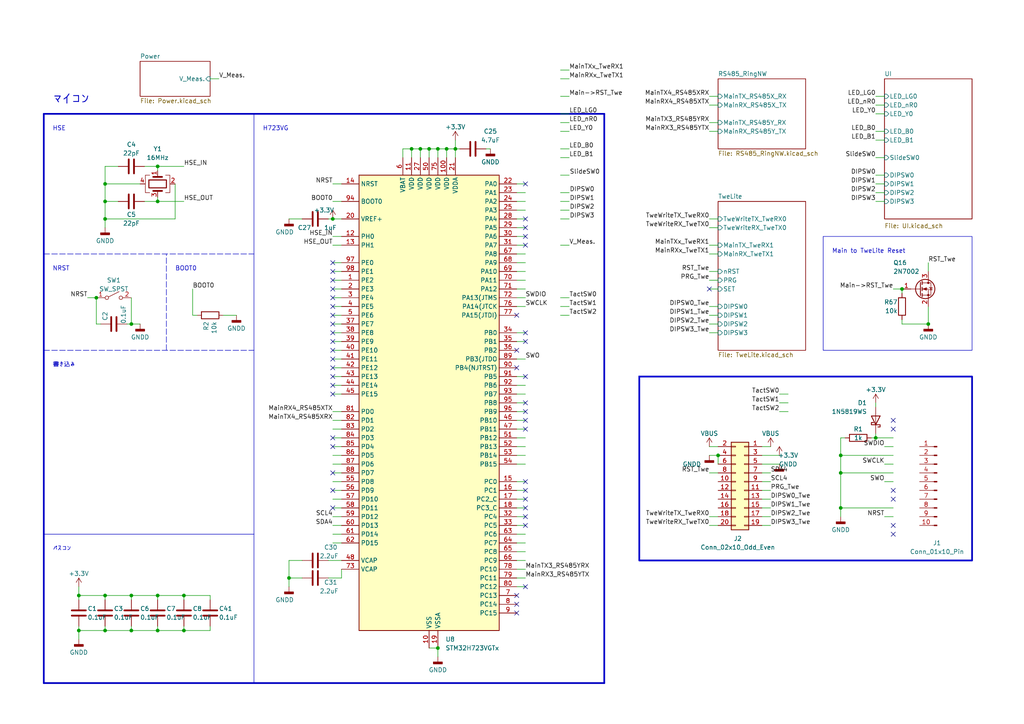
<source format=kicad_sch>
(kicad_sch (version 20230121) (generator eeschema)
  (paper "A4")
  (lib_symbols
    (symbol "Connector:Conn_01x10_Pin" (pin_names (offset 1.016) hide)
      (property "Reference" "J" (at 0 12.7 0))
      (property "Value" "Conn_01x10_Pin" (at 0 -15.24 0))
      (symbol "Conn_01x10_Pin_1_1"
        (polyline (pts (xy 1.27 -12.7) (xy 0.8636 -12.7)) (stroke (width 0.1524)))
        (polyline (pts (xy 1.27 -10.16) (xy 0.8636 -10.16)) (stroke (width 0.1524)))
        (polyline (pts (xy 1.27 -7.62) (xy 0.8636 -7.62)) (stroke (width 0.1524)))
        (polyline (pts (xy 1.27 -5.08) (xy 0.8636 -5.08)) (stroke (width 0.1524)))
        (polyline (pts (xy 1.27 -2.54) (xy 0.8636 -2.54)) (stroke (width 0.1524)))
        (polyline (pts (xy 1.27 0) (xy 0.8636 0)) (stroke (width 0.1524)))
        (polyline (pts (xy 1.27 2.54) (xy 0.8636 2.54)) (stroke (width 0.1524)))
        (polyline (pts (xy 1.27 5.08) (xy 0.8636 5.08)) (stroke (width 0.1524)))
        (polyline (pts (xy 1.27 7.62) (xy 0.8636 7.62)) (stroke (width 0.1524)))
        (polyline (pts (xy 1.27 10.16) (xy 0.8636 10.16)) (stroke (width 0.1524)))
        (rectangle (start 0.8636 -12.573) (end 0 -12.827) (stroke (width 0.1524)) (fill (type outline)))
        (rectangle (start 0.8636 -10.033) (end 0 -10.287) (stroke (width 0.1524)) (fill (type outline)))
        (rectangle (start 0.8636 -7.493) (end 0 -7.747) (stroke (width 0.1524)) (fill (type outline)))
        (rectangle (start 0.8636 -4.953) (end 0 -5.207) (stroke (width 0.1524)) (fill (type outline)))
        (rectangle (start 0.8636 -2.413) (end 0 -2.667) (stroke (width 0.1524)) (fill (type outline)))
        (rectangle (start 0.8636 0.127) (end 0 -0.127) (stroke (width 0.1524)) (fill (type outline)))
        (rectangle (start 0.8636 2.667) (end 0 2.413) (stroke (width 0.1524)) (fill (type outline)))
        (rectangle (start 0.8636 5.207) (end 0 4.953) (stroke (width 0.1524)) (fill (type outline)))
        (rectangle (start 0.8636 7.747) (end 0 7.493) (stroke (width 0.1524)) (fill (type outline)))
        (rectangle (start 0.8636 10.287) (end 0 10.033) (stroke (width 0.1524)) (fill (type outline)))
        (pin passive line (at 5.08 10.16 180) (length 3.81) (name "Pin_1") (number "1"))
        (pin passive line (at 5.08 -12.7 180) (length 3.81) (name "Pin_10") (number "10"))
        (pin passive line (at 5.08 7.62 180) (length 3.81) (name "Pin_2") (number "2"))
        (pin passive line (at 5.08 5.08 180) (length 3.81) (name "Pin_3") (number "3"))
        (pin passive line (at 5.08 2.54 180) (length 3.81) (name "Pin_4") (number "4"))
        (pin passive line (at 5.08 0 180) (length 3.81) (name "Pin_5") (number "5"))
        (pin passive line (at 5.08 -2.54 180) (length 3.81) (name "Pin_6") (number "6"))
        (pin passive line (at 5.08 -5.08 180) (length 3.81) (name "Pin_7") (number "7"))
        (pin passive line (at 5.08 -7.62 180) (length 3.81) (name "Pin_8") (number "8"))
        (pin passive line (at 5.08 -10.16 180) (length 3.81) (name "Pin_9") (number "9"))
      )
    )
    (symbol "Connector_Generic:Conn_02x10_Odd_Even" (pin_names (offset 1.016) hide)
      (property "Reference" "J" (at 1.27 12.7 0))
      (property "Value" "Conn_02x10_Odd_Even" (at 1.27 -15.24 0))
      (symbol "Conn_02x10_Odd_Even_1_1"
        (rectangle (start -1.27 -12.573) (end 0 -12.827) (stroke (width 0.1524)))
        (rectangle (start -1.27 -10.033) (end 0 -10.287) (stroke (width 0.1524)))
        (rectangle (start -1.27 -7.493) (end 0 -7.747) (stroke (width 0.1524)))
        (rectangle (start -1.27 -4.953) (end 0 -5.207) (stroke (width 0.1524)))
        (rectangle (start -1.27 -2.413) (end 0 -2.667) (stroke (width 0.1524)))
        (rectangle (start -1.27 0.127) (end 0 -0.127) (stroke (width 0.1524)))
        (rectangle (start -1.27 2.667) (end 0 2.413) (stroke (width 0.1524)))
        (rectangle (start -1.27 5.207) (end 0 4.953) (stroke (width 0.1524)))
        (rectangle (start -1.27 7.747) (end 0 7.493) (stroke (width 0.1524)))
        (rectangle (start -1.27 10.287) (end 0 10.033) (stroke (width 0.1524)))
        (rectangle (start -1.27 11.43) (end 3.81 -13.97) (stroke (width 0.254)) (fill (type background)))
        (rectangle (start 3.81 -12.573) (end 2.54 -12.827) (stroke (width 0.1524)))
        (rectangle (start 3.81 -10.033) (end 2.54 -10.287) (stroke (width 0.1524)))
        (rectangle (start 3.81 -7.493) (end 2.54 -7.747) (stroke (width 0.1524)))
        (rectangle (start 3.81 -4.953) (end 2.54 -5.207) (stroke (width 0.1524)))
        (rectangle (start 3.81 -2.413) (end 2.54 -2.667) (stroke (width 0.1524)))
        (rectangle (start 3.81 0.127) (end 2.54 -0.127) (stroke (width 0.1524)))
        (rectangle (start 3.81 2.667) (end 2.54 2.413) (stroke (width 0.1524)))
        (rectangle (start 3.81 5.207) (end 2.54 4.953) (stroke (width 0.1524)))
        (rectangle (start 3.81 7.747) (end 2.54 7.493) (stroke (width 0.1524)))
        (rectangle (start 3.81 10.287) (end 2.54 10.033) (stroke (width 0.1524)))
        (pin passive line (at -5.08 10.16 0) (length 3.81) (name "Pin_1") (number "1"))
        (pin passive line (at 7.62 0 180) (length 3.81) (name "Pin_10") (number "10"))
        (pin passive line (at -5.08 -2.54 0) (length 3.81) (name "Pin_11") (number "11"))
        (pin passive line (at 7.62 -2.54 180) (length 3.81) (name "Pin_12") (number "12"))
        (pin passive line (at -5.08 -5.08 0) (length 3.81) (name "Pin_13") (number "13"))
        (pin passive line (at 7.62 -5.08 180) (length 3.81) (name "Pin_14") (number "14"))
        (pin passive line (at -5.08 -7.62 0) (length 3.81) (name "Pin_15") (number "15"))
        (pin passive line (at 7.62 -7.62 180) (length 3.81) (name "Pin_16") (number "16"))
        (pin passive line (at -5.08 -10.16 0) (length 3.81) (name "Pin_17") (number "17"))
        (pin passive line (at 7.62 -10.16 180) (length 3.81) (name "Pin_18") (number "18"))
        (pin passive line (at -5.08 -12.7 0) (length 3.81) (name "Pin_19") (number "19"))
        (pin passive line (at 7.62 10.16 180) (length 3.81) (name "Pin_2") (number "2"))
        (pin passive line (at 7.62 -12.7 180) (length 3.81) (name "Pin_20") (number "20"))
        (pin passive line (at -5.08 7.62 0) (length 3.81) (name "Pin_3") (number "3"))
        (pin passive line (at 7.62 7.62 180) (length 3.81) (name "Pin_4") (number "4"))
        (pin passive line (at -5.08 5.08 0) (length 3.81) (name "Pin_5") (number "5"))
        (pin passive line (at 7.62 5.08 180) (length 3.81) (name "Pin_6") (number "6"))
        (pin passive line (at -5.08 2.54 0) (length 3.81) (name "Pin_7") (number "7"))
        (pin passive line (at 7.62 2.54 180) (length 3.81) (name "Pin_8") (number "8"))
        (pin passive line (at -5.08 0 0) (length 3.81) (name "Pin_9") (number "9"))
      )
    )
    (symbol "D_Schottky_3" (pin_numbers hide) (pin_names (offset 1.016) hide)
      (property "Reference" "D" (at 0 2.54 0))
      (property "Value" "D_Schottky_3" (at 0 -2.54 0))
      (symbol "D_Schottky_3_0_1"
        (polyline (pts (xy 1.27 0) (xy -1.27 0)))
        (polyline (pts (xy 1.27 1.27) (xy 1.27 -1.27) (xy -1.27 0) (xy 1.27 1.27)) (stroke (width 0.254)))
        (polyline (pts (xy -1.905 0.635) (xy -1.905 1.27) (xy -1.27 1.27) (xy -1.27 -1.27) (xy -0.635 -1.27) (xy -0.635 -0.635)) (stroke (width 0.254)))
      )
      (symbol "D_Schottky_3_1_1"
        (pin passive line (at -3.81 0 0) (length 2.54) (name "K") (number "1"))
        (pin passive line (at 3.81 0 180) (length 2.54) (name "A") (number "2"))
      )
    )
    (symbol "Device:C" (pin_numbers hide) (pin_names (offset 0.254))
      (property "Reference" "C" (at 0.635 2.54 0))
      (property "Value" "C" (at 0.635 -2.54 0))
      (symbol "C_0_1"
        (polyline (pts (xy -2.032 -0.762) (xy 2.032 -0.762)) (stroke (width 0.508)))
        (polyline (pts (xy -2.032 0.762) (xy 2.032 0.762)) (stroke (width 0.508)))
      )
      (symbol "C_1_1"
        (pin passive line (at 0 3.81 270) (length 2.794) (name "~") (number "1"))
        (pin passive line (at 0 -3.81 90) (length 2.794) (name "~") (number "2"))
      )
    )
    (symbol "Device:Crystal_GND24" (pin_names (offset 1.016) hide)
      (property "Reference" "Y" (at 3.175 5.08 0))
      (property "Value" "Crystal_GND24" (at 3.175 3.175 0))
      (symbol "Crystal_GND24_0_1"
        (rectangle (start -1.143 2.54) (end 1.143 -2.54) (stroke (width 0.3048)))
        (polyline (pts (xy -2.54 0) (xy -2.032 0)))
        (polyline (pts (xy -2.032 -1.27) (xy -2.032 1.27)) (stroke (width 0.508)))
        (polyline (pts (xy 0 -3.81) (xy 0 -3.556)))
        (polyline (pts (xy 0 3.556) (xy 0 3.81)))
        (polyline (pts (xy 2.032 -1.27) (xy 2.032 1.27)) (stroke (width 0.508)))
        (polyline (pts (xy 2.032 0) (xy 2.54 0)))
        (polyline (pts (xy -2.54 -2.286) (xy -2.54 -3.556) (xy 2.54 -3.556) (xy 2.54 -2.286)))
        (polyline (pts (xy -2.54 2.286) (xy -2.54 3.556) (xy 2.54 3.556) (xy 2.54 2.286)))
      )
      (symbol "Crystal_GND24_1_1"
        (pin passive line (at -3.81 0 0) (length 1.27) (name "1") (number "1"))
        (pin passive line (at 0 5.08 270) (length 1.27) (name "2") (number "2"))
        (pin passive line (at 3.81 0 180) (length 1.27) (name "3") (number "3"))
        (pin passive line (at 0 -5.08 90) (length 1.27) (name "4") (number "4"))
      )
    )
    (symbol "Device:R" (pin_numbers hide) (pin_names (offset 0))
      (property "Reference" "R" (at 2.032 0 90))
      (property "Value" "R" (at 0 0 90))
      (symbol "R_0_1"
        (rectangle (start -1.016 -2.54) (end 1.016 2.54) (stroke (width 0.254)))
      )
      (symbol "R_1_1"
        (pin passive line (at 0 3.81 270) (length 1.27) (name "~") (number "1"))
        (pin passive line (at 0 -3.81 90) (length 1.27) (name "~") (number "2"))
      )
    )
    (symbol "MCU_ST_STM32H7:STM32H723VGTx"
      (property "Reference" "U" (at -20.32 67.31 0))
      (property "Value" "STM32H723VGTx" (at 10.16 67.31 0))
      (symbol "STM32H723VGTx_0_1"
        (rectangle (start -20.32 -66.04) (end 20.32 66.04) (stroke (width 0.254)) (fill (type background)))
      )
      (symbol "STM32H723VGTx_1_1"
        (pin bidirectional line (at -25.4 35.56 0) (length 5.08) (name "PE2") (number "1"))
        (pin power_in line (at 0 -71.12 90) (length 5.08) (name "VSS") (number "10"))
        (pin power_in line (at 5.08 71.12 270) (length 5.08) (name "VDD") (number "100"))
        (pin power_in line (at -5.08 71.12 270) (length 5.08) (name "VDD") (number "11"))
        (pin bidirectional line (at -25.4 48.26 0) (length 5.08) (name "PH0") (number "12"))
        (pin bidirectional line (at -25.4 45.72 0) (length 5.08) (name "PH1") (number "13"))
        (pin input line (at -25.4 63.5 0) (length 5.08) (name "NRST") (number "14"))
        (pin bidirectional line (at 25.4 -22.86 180) (length 5.08) (name "PC0") (number "15"))
        (pin bidirectional line (at 25.4 -25.4 180) (length 5.08) (name "PC1") (number "16"))
        (pin bidirectional line (at 25.4 -27.94 180) (length 5.08) (name "PC2_C") (number "17"))
        (pin bidirectional line (at 25.4 -30.48 180) (length 5.08) (name "PC3_C") (number "18"))
        (pin power_in line (at 2.54 -71.12 90) (length 5.08) (name "VSSA") (number "19"))
        (pin bidirectional line (at -25.4 33.02 0) (length 5.08) (name "PE3") (number "2"))
        (pin input line (at -25.4 53.34 0) (length 5.08) (name "VREF+") (number "20"))
        (pin power_in line (at 7.62 71.12 270) (length 5.08) (name "VDDA") (number "21"))
        (pin bidirectional line (at 25.4 63.5 180) (length 5.08) (name "PA0") (number "22"))
        (pin bidirectional line (at 25.4 60.96 180) (length 5.08) (name "PA1") (number "23"))
        (pin bidirectional line (at 25.4 58.42 180) (length 5.08) (name "PA2") (number "24"))
        (pin bidirectional line (at 25.4 55.88 180) (length 5.08) (name "PA3") (number "25"))
        (pin passive line (at 0 -71.12 90) (length 5.08) hide (name "VSS") (number "26"))
        (pin power_in line (at -2.54 71.12 270) (length 5.08) (name "VDD") (number "27"))
        (pin bidirectional line (at 25.4 53.34 180) (length 5.08) (name "PA4") (number "28"))
        (pin bidirectional line (at 25.4 50.8 180) (length 5.08) (name "PA5") (number "29"))
        (pin bidirectional line (at -25.4 30.48 0) (length 5.08) (name "PE4") (number "3"))
        (pin bidirectional line (at 25.4 48.26 180) (length 5.08) (name "PA6") (number "30"))
        (pin bidirectional line (at 25.4 45.72 180) (length 5.08) (name "PA7") (number "31"))
        (pin bidirectional line (at 25.4 -33.02 180) (length 5.08) (name "PC4") (number "32"))
        (pin bidirectional line (at 25.4 -35.56 180) (length 5.08) (name "PC5") (number "33"))
        (pin bidirectional line (at 25.4 20.32 180) (length 5.08) (name "PB0") (number "34"))
        (pin bidirectional line (at 25.4 17.78 180) (length 5.08) (name "PB1") (number "35"))
        (pin bidirectional line (at 25.4 15.24 180) (length 5.08) (name "PB2") (number "36"))
        (pin bidirectional line (at -25.4 22.86 0) (length 5.08) (name "PE7") (number "37"))
        (pin bidirectional line (at -25.4 20.32 0) (length 5.08) (name "PE8") (number "38"))
        (pin bidirectional line (at -25.4 17.78 0) (length 5.08) (name "PE9") (number "39"))
        (pin bidirectional line (at -25.4 27.94 0) (length 5.08) (name "PE5") (number "4"))
        (pin bidirectional line (at -25.4 15.24 0) (length 5.08) (name "PE10") (number "40"))
        (pin bidirectional line (at -25.4 12.7 0) (length 5.08) (name "PE11") (number "41"))
        (pin bidirectional line (at -25.4 10.16 0) (length 5.08) (name "PE12") (number "42"))
        (pin bidirectional line (at -25.4 7.62 0) (length 5.08) (name "PE13") (number "43"))
        (pin bidirectional line (at -25.4 5.08 0) (length 5.08) (name "PE14") (number "44"))
        (pin bidirectional line (at -25.4 2.54 0) (length 5.08) (name "PE15") (number "45"))
        (pin bidirectional line (at 25.4 -5.08 180) (length 5.08) (name "PB10") (number "46"))
        (pin bidirectional line (at 25.4 -7.62 180) (length 5.08) (name "PB11") (number "47"))
        (pin power_out line (at -25.4 -45.72 0) (length 5.08) (name "VCAP") (number "48"))
        (pin passive line (at 0 -71.12 90) (length 5.08) hide (name "VSS") (number "49"))
        (pin bidirectional line (at -25.4 25.4 0) (length 5.08) (name "PE6") (number "5"))
        (pin power_in line (at 0 71.12 270) (length 5.08) (name "VDD") (number "50"))
        (pin bidirectional line (at 25.4 -10.16 180) (length 5.08) (name "PB12") (number "51"))
        (pin bidirectional line (at 25.4 -12.7 180) (length 5.08) (name "PB13") (number "52"))
        (pin bidirectional line (at 25.4 -15.24 180) (length 5.08) (name "PB14") (number "53"))
        (pin bidirectional line (at 25.4 -17.78 180) (length 5.08) (name "PB15") (number "54"))
        (pin bidirectional line (at -25.4 -22.86 0) (length 5.08) (name "PD8") (number "55"))
        (pin bidirectional line (at -25.4 -25.4 0) (length 5.08) (name "PD9") (number "56"))
        (pin bidirectional line (at -25.4 -27.94 0) (length 5.08) (name "PD10") (number "57"))
        (pin bidirectional line (at -25.4 -30.48 0) (length 5.08) (name "PD11") (number "58"))
        (pin bidirectional line (at -25.4 -33.02 0) (length 5.08) (name "PD12") (number "59"))
        (pin power_in line (at -7.62 71.12 270) (length 5.08) (name "VBAT") (number "6"))
        (pin bidirectional line (at -25.4 -35.56 0) (length 5.08) (name "PD13") (number "60"))
        (pin bidirectional line (at -25.4 -38.1 0) (length 5.08) (name "PD14") (number "61"))
        (pin bidirectional line (at -25.4 -40.64 0) (length 5.08) (name "PD15") (number "62"))
        (pin bidirectional line (at 25.4 -38.1 180) (length 5.08) (name "PC6") (number "63"))
        (pin bidirectional line (at 25.4 -40.64 180) (length 5.08) (name "PC7") (number "64"))
        (pin bidirectional line (at 25.4 -43.18 180) (length 5.08) (name "PC8") (number "65"))
        (pin bidirectional line (at 25.4 -45.72 180) (length 5.08) (name "PC9") (number "66"))
        (pin bidirectional line (at 25.4 43.18 180) (length 5.08) (name "PA8") (number "67"))
        (pin bidirectional line (at 25.4 40.64 180) (length 5.08) (name "PA9") (number "68"))
        (pin bidirectional line (at 25.4 38.1 180) (length 5.08) (name "PA10") (number "69"))
        (pin bidirectional line (at 25.4 -55.88 180) (length 5.08) (name "PC13") (number "7"))
        (pin bidirectional line (at 25.4 35.56 180) (length 5.08) (name "PA11") (number "70"))
        (pin bidirectional line (at 25.4 33.02 180) (length 5.08) (name "PA12") (number "71"))
        (pin bidirectional line (at 25.4 30.48 180) (length 5.08) (name "PA13(JTMS") (number "72"))
        (pin power_out line (at -25.4 -48.26 0) (length 5.08) (name "VCAP") (number "73"))
        (pin passive line (at 0 -71.12 90) (length 5.08) hide (name "VSS") (number "74"))
        (pin power_in line (at 2.54 71.12 270) (length 5.08) (name "VDD") (number "75"))
        (pin bidirectional line (at 25.4 27.94 180) (length 5.08) (name "PA14(JTCK") (number "76"))
        (pin bidirectional line (at 25.4 25.4 180) (length 5.08) (name "PA15(JTDI)") (number "77"))
        (pin bidirectional line (at 25.4 -48.26 180) (length 5.08) (name "PC10") (number "78"))
        (pin bidirectional line (at 25.4 -50.8 180) (length 5.08) (name "PC11") (number "79"))
        (pin bidirectional line (at 25.4 -58.42 180) (length 5.08) (name "PC14") (number "8"))
        (pin bidirectional line (at 25.4 -53.34 180) (length 5.08) (name "PC12") (number "80"))
        (pin bidirectional line (at -25.4 -2.54 0) (length 5.08) (name "PD0") (number "81"))
        (pin bidirectional line (at -25.4 -5.08 0) (length 5.08) (name "PD1") (number "82"))
        (pin bidirectional line (at -25.4 -7.62 0) (length 5.08) (name "PD2") (number "83"))
        (pin bidirectional line (at -25.4 -10.16 0) (length 5.08) (name "PD3") (number "84"))
        (pin bidirectional line (at -25.4 -12.7 0) (length 5.08) (name "PD4") (number "85"))
        (pin bidirectional line (at -25.4 -15.24 0) (length 5.08) (name "PD5") (number "86"))
        (pin bidirectional line (at -25.4 -17.78 0) (length 5.08) (name "PD6") (number "87"))
        (pin bidirectional line (at -25.4 -20.32 0) (length 5.08) (name "PD7") (number "88"))
        (pin bidirectional line (at 25.4 12.7 180) (length 5.08) (name "PB3(JTDO") (number "89"))
        (pin bidirectional line (at 25.4 -60.96 180) (length 5.08) (name "PC15") (number "9"))
        (pin bidirectional line (at 25.4 10.16 180) (length 5.08) (name "PB4(NJTRST)") (number "90"))
        (pin bidirectional line (at 25.4 7.62 180) (length 5.08) (name "PB5") (number "91"))
        (pin bidirectional line (at 25.4 5.08 180) (length 5.08) (name "PB6") (number "92"))
        (pin bidirectional line (at 25.4 2.54 180) (length 5.08) (name "PB7") (number "93"))
        (pin input line (at -25.4 58.42 0) (length 5.08) (name "BOOT0") (number "94"))
        (pin bidirectional line (at 25.4 0 180) (length 5.08) (name "PB8") (number "95"))
        (pin bidirectional line (at 25.4 -2.54 180) (length 5.08) (name "PB9") (number "96"))
        (pin bidirectional line (at -25.4 40.64 0) (length 5.08) (name "PE0") (number "97"))
        (pin bidirectional line (at -25.4 38.1 0) (length 5.08) (name "PE1") (number "98"))
        (pin passive line (at 0 -71.12 90) (length 5.08) hide (name "VSS") (number "99"))
      )
    )
    (symbol "Switch:SW_SPST" (pin_names (offset 0) hide)
      (property "Reference" "SW" (at 0 3.175 0))
      (property "Value" "SW_SPST" (at 0 -2.54 0))
      (symbol "SW_SPST_0_0"
        (circle (center -2.032 0) (radius 0.508))
        (polyline (pts (xy -1.524 0.254) (xy 1.524 1.778)))
        (circle (center 2.032 0) (radius 0.508))
      )
      (symbol "SW_SPST_1_1"
        (pin passive line (at -5.08 0 0) (length 2.54) (name "A") (number "1"))
        (pin passive line (at 5.08 0 180) (length 2.54) (name "B") (number "2"))
      )
    )
    (symbol "Transistor_FET:2N7002" (pin_names hide)
      (property "Reference" "Q" (at 5.08 1.905 0))
      (property "Value" "2N7002" (at 5.08 0 0))
      (symbol "2N7002_0_1"
        (polyline (pts (xy 0.254 0) (xy -2.54 0)))
        (polyline (pts (xy 0.254 1.905) (xy 0.254 -1.905)) (stroke (width 0.254)))
        (polyline (pts (xy 0.762 -1.27) (xy 0.762 -2.286)) (stroke (width 0.254)))
        (polyline (pts (xy 0.762 0.508) (xy 0.762 -0.508)) (stroke (width 0.254)))
        (polyline (pts (xy 0.762 2.286) (xy 0.762 1.27)) (stroke (width 0.254)))
        (polyline (pts (xy 2.54 2.54) (xy 2.54 1.778)))
        (polyline (pts (xy 2.54 -2.54) (xy 2.54 0) (xy 0.762 0)))
        (polyline (pts (xy 0.762 -1.778) (xy 3.302 -1.778) (xy 3.302 1.778) (xy 0.762 1.778)))
        (polyline (pts (xy 1.016 0) (xy 2.032 0.381) (xy 2.032 -0.381) (xy 1.016 0)) (fill (type outline)))
        (polyline (pts (xy 2.794 0.508) (xy 2.921 0.381) (xy 3.683 0.381) (xy 3.81 0.254)))
        (polyline (pts (xy 3.302 0.381) (xy 2.921 -0.254) (xy 3.683 -0.254) (xy 3.302 0.381)))
        (circle (center 1.651 0) (radius 2.794) (stroke (width 0.254)))
        (circle (center 2.54 -1.778) (radius 0.254) (fill (type outline)))
        (circle (center 2.54 1.778) (radius 0.254) (fill (type outline)))
      )
      (symbol "2N7002_1_1"
        (pin input line (at -5.08 0 0) (length 2.54) (name "G") (number "1"))
        (pin passive line (at 2.54 -5.08 90) (length 2.54) (name "S") (number "2"))
        (pin passive line (at 2.54 5.08 270) (length 2.54) (name "D") (number "3"))
      )
    )
    (symbol "power:+3.3V" (power) (pin_names (offset 0))
      (property "Value" "+3.3V" (at 0 3.556 0))
      (symbol "+3.3V_0_1"
        (polyline (pts (xy -0.762 1.27) (xy 0 2.54)))
        (polyline (pts (xy 0 0) (xy 0 2.54)))
        (polyline (pts (xy 0 2.54) (xy 0.762 1.27)))
      )
      (symbol "+3.3V_1_1"
        (pin power_in line (at 0 0 90) (length 0) hide (name "+3.3V") (number "1"))
      )
    )
    (symbol "power:GNDD" (power) (pin_names (offset 0))
      (property "Value" "GNDD" (at 0 -3.175 0))
      (symbol "GNDD_0_1"
        (rectangle (start -1.27 -1.524) (end 1.27 -2.032) (stroke (width 0.254)) (fill (type outline)))
        (polyline (pts (xy 0 0) (xy 0 -1.524)))
      )
      (symbol "GNDD_1_1"
        (pin power_in line (at 0 0 270) (length 0) hide (name "GNDD") (number "1"))
      )
    )
    (symbol "power:VBUS" (power) (pin_names (offset 0))
      (property "Value" "VBUS" (at 0 3.81 0))
      (symbol "VBUS_0_1"
        (polyline (pts (xy -0.762 1.27) (xy 0 2.54)))
        (polyline (pts (xy 0 0) (xy 0 2.54)))
        (polyline (pts (xy 0 2.54) (xy 0.762 1.27)))
      )
      (symbol "VBUS_1_1"
        (pin power_in line (at 0 0 90) (length 0) hide (name "VBUS") (number "1"))
      )
    )
  )
  (junction (at 96.52 63.5))
  (junction (at 53.34 172.72))
  (junction (at 119.38 43.18))
  (junction (at 124.46 43.18))
  (junction (at 83.82 167.64))
  (junction (at 208.28 132.08))
  (junction (at 243.84 132.08))
  (junction (at 30.48 172.72))
  (junction (at 127 43.18))
  (junction (at 45.72 48.26))
  (junction (at 22.86 172.72))
  (junction (at 121.92 43.18))
  (junction (at 129.54 43.18))
  (junction (at 30.48 182.88))
  (junction (at 254 127))
  (junction (at 45.72 172.72))
  (junction (at 38.1 172.72))
  (junction (at 38.1 93.98))
  (junction (at 30.48 63.5))
  (junction (at 45.72 58.42))
  (junction (at 38.1 182.88))
  (junction (at 127 187.96))
  (junction (at 45.72 182.88))
  (junction (at 269.24 93.98))
  (junction (at 132.08 43.18))
  (junction (at 243.84 147.32))
  (junction (at 27.94 86.36))
  (junction (at 30.48 53.34))
  (junction (at 22.86 182.88))
  (junction (at 261.62 83.82))
  (junction (at 53.34 182.88))
  (junction (at 30.48 58.42))
  (junction (at 243.84 137.16))
  (no_connect (at 152.4 116.84))
  (no_connect (at 96.52 111.76))
  (no_connect (at 96.52 99.06))
  (no_connect (at 152.4 99.06))
  (no_connect (at 96.52 142.24))
  (no_connect (at 96.52 86.36))
  (no_connect (at 205.74 83.82))
  (no_connect (at 96.52 93.98))
  (no_connect (at 149.86 91.44))
  (no_connect (at 152.4 63.5))
  (no_connect (at 152.4 170.18))
  (no_connect (at 152.4 147.32))
  (no_connect (at 152.4 119.38))
  (no_connect (at 96.52 147.32))
  (no_connect (at 152.4 142.24))
  (no_connect (at 152.4 109.22))
  (no_connect (at 149.86 101.6))
  (no_connect (at 152.4 144.78))
  (no_connect (at 152.4 149.86))
  (no_connect (at 152.4 124.46))
  (no_connect (at 96.52 83.82))
  (no_connect (at 152.4 66.04))
  (no_connect (at 96.52 88.9))
  (no_connect (at 96.52 81.28))
  (no_connect (at 259.08 124.46))
  (no_connect (at 96.52 129.54))
  (no_connect (at 96.52 114.3))
  (no_connect (at 152.4 96.52))
  (no_connect (at 96.52 78.74))
  (no_connect (at 152.4 71.12))
  (no_connect (at 259.08 142.24))
  (no_connect (at 96.52 104.14))
  (no_connect (at 152.4 139.7))
  (no_connect (at 96.52 106.68))
  (no_connect (at 96.52 101.6))
  (no_connect (at 149.86 106.68))
  (no_connect (at 149.86 172.72))
  (no_connect (at 259.08 121.92))
  (no_connect (at 149.86 177.8))
  (no_connect (at 259.08 152.4))
  (no_connect (at 96.52 109.22))
  (no_connect (at 152.4 53.34))
  (no_connect (at 96.52 91.44))
  (no_connect (at 96.52 76.2))
  (no_connect (at 96.52 127))
  (no_connect (at 259.08 154.94))
  (no_connect (at 259.08 144.78))
  (no_connect (at 96.52 96.52))
  (no_connect (at 96.52 137.16))
  (no_connect (at 152.4 121.92))
  (no_connect (at 152.4 152.4))
  (no_connect (at 152.4 68.58))
  (no_connect (at 149.86 175.26))
  (wire (pts (xy 152.4 53.34) (xy 149.86 53.34)))
  (wire (pts (xy 254 127) (xy 259.08 127)))
  (wire (pts (xy 96.52 78.74) (xy 99.06 78.74)))
  (wire (pts (xy 149.86 55.88) (xy 152.4 55.88)))
  (wire (pts (xy 152.4 121.92) (xy 149.86 121.92)))
  (wire (pts (xy 99.06 144.78) (xy 96.52 144.78)))
  (wire (pts (xy 223.52 147.32) (xy 220.98 147.32)))
  (wire (pts (xy 152.4 147.32) (xy 149.86 147.32)))
  (wire (pts (xy 165.1 63.5) (xy 162.56 63.5)))
  (wire (pts (xy 41.91 58.42) (xy 45.72 58.42)))
  (wire (pts (xy 254 58.42) (xy 256.54 58.42)))
  (wire (pts (xy 30.48 63.5) (xy 50.8 63.5)))
  (wire (pts (xy 152.4 109.22) (xy 149.86 109.22)))
  (wire (pts (xy 55.88 91.44) (xy 57.15 91.44)))
  (wire (pts (xy 152.4 81.28) (xy 149.86 81.28)))
  (wire (pts (xy 38.1 182.88) (xy 45.72 182.88)))
  (wire (pts (xy 152.4 58.42) (xy 149.86 58.42)))
  (wire (pts (xy 50.8 53.34) (xy 50.8 63.5)))
  (wire (pts (xy 96.52 93.98) (xy 99.06 93.98)))
  (wire (pts (xy 269.24 93.98) (xy 269.24 88.9)))
  (wire (pts (xy 96.52 157.48) (xy 99.06 157.48)))
  (wire (pts (xy 22.86 182.88) (xy 22.86 185.42)))
  (wire (pts (xy 254 116.84) (xy 254 118.11)))
  (wire (pts (xy 133.35 43.18) (xy 132.08 43.18)))
  (wire (pts (xy 149.86 86.36) (xy 152.4 86.36)))
  (wire (pts (xy 243.84 127) (xy 243.84 132.08)))
  (wire (pts (xy 34.29 48.26) (xy 30.48 48.26)))
  (wire (pts (xy 96.52 139.7) (xy 99.06 139.7)))
  (wire (pts (xy 152.4 60.96) (xy 149.86 60.96)))
  (wire (pts (xy 22.86 181.61) (xy 22.86 182.88)))
  (wire (pts (xy 53.34 172.72) (xy 53.34 173.99)))
  (wire (pts (xy 152.4 76.2) (xy 149.86 76.2)))
  (wire (pts (xy 149.86 88.9) (xy 152.4 88.9)))
  (wire (pts (xy 165.1 33.02) (xy 162.56 33.02)))
  (wire (pts (xy 45.72 48.26) (xy 45.72 49.53)))
  (wire (pts (xy 129.54 45.72) (xy 129.54 43.18)))
  (wire (pts (xy 243.84 137.16) (xy 243.84 132.08)))
  (wire (pts (xy 165.1 45.72) (xy 162.56 45.72)))
  (wire (pts (xy 152.4 119.38) (xy 149.86 119.38)))
  (wire (pts (xy 41.91 48.26) (xy 45.72 48.26)))
  (wire (pts (xy 87.63 63.5) (xy 83.82 63.5)))
  (wire (pts (xy 205.74 91.44) (xy 208.28 91.44)))
  (wire (pts (xy 96.52 109.22) (xy 99.06 109.22)))
  (wire (pts (xy 152.4 63.5) (xy 149.86 63.5)))
  (polyline (pts (xy 73.66 33.02) (xy 73.66 198.12)) (stroke (width 0) (type solid)))
  (wire (pts (xy 245.11 127) (xy 243.84 127)))
  (wire (pts (xy 116.84 43.18) (xy 119.38 43.18)))
  (wire (pts (xy 30.48 181.61) (xy 30.48 182.88)))
  (wire (pts (xy 53.34 182.88) (xy 60.96 182.88)))
  (wire (pts (xy 95.25 63.5) (xy 96.52 63.5)))
  (wire (pts (xy 45.72 57.15) (xy 45.72 58.42)))
  (wire (pts (xy 38.1 172.72) (xy 38.1 173.99)))
  (wire (pts (xy 96.52 53.34) (xy 99.06 53.34)))
  (wire (pts (xy 127 43.18) (xy 129.54 43.18)))
  (wire (pts (xy 45.72 181.61) (xy 45.72 182.88)))
  (wire (pts (xy 129.54 43.18) (xy 132.08 43.18)))
  (wire (pts (xy 64.77 91.44) (xy 68.58 91.44)))
  (wire (pts (xy 152.4 111.76) (xy 149.86 111.76)))
  (wire (pts (xy 205.74 83.82) (xy 208.28 83.82)))
  (wire (pts (xy 152.4 96.52) (xy 149.86 96.52)))
  (wire (pts (xy 30.48 58.42) (xy 34.29 58.42)))
  (wire (pts (xy 60.96 172.72) (xy 60.96 173.99)))
  (wire (pts (xy 254 30.48) (xy 256.54 30.48)))
  (wire (pts (xy 60.96 22.86) (xy 63.5 22.86)))
  (wire (pts (xy 30.48 182.88) (xy 38.1 182.88)))
  (wire (pts (xy 165.1 88.9) (xy 162.56 88.9)))
  (wire (pts (xy 127 43.18) (xy 127 45.72)))
  (wire (pts (xy 259.08 83.82) (xy 261.62 83.82)))
  (wire (pts (xy 165.1 86.36) (xy 162.56 86.36)))
  (wire (pts (xy 152.4 152.4) (xy 149.86 152.4)))
  (wire (pts (xy 96.52 111.76) (xy 99.06 111.76)))
  (wire (pts (xy 220.98 129.54) (xy 223.52 129.54)))
  (wire (pts (xy 259.08 134.62) (xy 256.54 134.62)))
  (wire (pts (xy 30.48 48.26) (xy 30.48 53.34)))
  (wire (pts (xy 96.52 81.28) (xy 99.06 81.28)))
  (wire (pts (xy 96.52 152.4) (xy 99.06 152.4)))
  (wire (pts (xy 261.62 92.71) (xy 261.62 93.98)))
  (wire (pts (xy 119.38 43.18) (xy 119.38 45.72)))
  (wire (pts (xy 22.86 172.72) (xy 30.48 172.72)))
  (wire (pts (xy 152.4 149.86) (xy 149.86 149.86)))
  (wire (pts (xy 96.52 121.92) (xy 99.06 121.92)))
  (wire (pts (xy 205.74 81.28) (xy 208.28 81.28)))
  (wire (pts (xy 226.06 116.84) (xy 228.6 116.84)))
  (wire (pts (xy 96.52 99.06) (xy 99.06 99.06)))
  (wire (pts (xy 96.52 119.38) (xy 99.06 119.38)))
  (wire (pts (xy 124.46 43.18) (xy 127 43.18)))
  (wire (pts (xy 162.56 71.12) (xy 165.1 71.12)))
  (wire (pts (xy 38.1 172.72) (xy 45.72 172.72)))
  (wire (pts (xy 96.52 88.9) (xy 99.06 88.9)))
  (wire (pts (xy 96.52 96.52) (xy 99.06 96.52)))
  (wire (pts (xy 38.1 181.61) (xy 38.1 182.88)))
  (wire (pts (xy 127 190.5) (xy 127 187.96)))
  (wire (pts (xy 132.08 40.64) (xy 132.08 43.18)))
  (wire (pts (xy 30.48 53.34) (xy 40.64 53.34)))
  (wire (pts (xy 254 45.72) (xy 256.54 45.72)))
  (wire (pts (xy 223.52 137.16) (xy 220.98 137.16)))
  (wire (pts (xy 165.1 58.42) (xy 162.56 58.42)))
  (wire (pts (xy 152.4 165.1) (xy 149.86 165.1)))
  (wire (pts (xy 96.52 58.42) (xy 99.06 58.42)))
  (wire (pts (xy 149.86 154.94) (xy 152.4 154.94)))
  (wire (pts (xy 259.08 149.86) (xy 256.54 149.86)))
  (wire (pts (xy 96.52 142.24) (xy 99.06 142.24)))
  (wire (pts (xy 152.4 139.7) (xy 149.86 139.7)))
  (wire (pts (xy 205.74 71.12) (xy 208.28 71.12)))
  (wire (pts (xy 96.52 127) (xy 99.06 127)))
  (wire (pts (xy 223.52 149.86) (xy 220.98 149.86)))
  (wire (pts (xy 30.48 66.04) (xy 30.48 63.5)))
  (wire (pts (xy 30.48 58.42) (xy 30.48 63.5)))
  (wire (pts (xy 121.92 45.72) (xy 121.92 43.18)))
  (wire (pts (xy 205.74 30.48) (xy 208.28 30.48)))
  (wire (pts (xy 53.34 172.72) (xy 60.96 172.72)))
  (wire (pts (xy 223.52 142.24) (xy 220.98 142.24)))
  (wire (pts (xy 226.06 119.38) (xy 228.6 119.38)))
  (wire (pts (xy 22.86 182.88) (xy 30.48 182.88)))
  (polyline (pts (xy 12.7 33.02) (xy 12.7 198.12)) (stroke (width 0.5) (type solid)))
  (wire (pts (xy 99.06 165.1) (xy 99.06 167.64)))
  (polyline (pts (xy 73.66 154.94) (xy 12.7 154.94)) (stroke (width 0) (type solid)))
  (wire (pts (xy 152.4 132.08) (xy 149.86 132.08)))
  (wire (pts (xy 254 50.8) (xy 256.54 50.8)))
  (wire (pts (xy 254 125.73) (xy 254 127)))
  (wire (pts (xy 38.1 86.36) (xy 38.1 93.98)))
  (wire (pts (xy 226.06 114.3) (xy 228.6 114.3)))
  (wire (pts (xy 96.52 132.08) (xy 99.06 132.08)))
  (wire (pts (xy 83.82 167.64) (xy 83.82 162.56)))
  (wire (pts (xy 205.74 93.98) (xy 208.28 93.98)))
  (polyline (pts (xy 12.7 101.6) (xy 73.66 101.6)) (stroke (width 0) (type dash)))
  (wire (pts (xy 152.4 144.78) (xy 149.86 144.78)))
  (wire (pts (xy 55.88 83.82) (xy 55.88 91.44)))
  (wire (pts (xy 95.25 162.56) (xy 99.06 162.56)))
  (wire (pts (xy 149.86 104.14) (xy 152.4 104.14)))
  (wire (pts (xy 96.52 149.86) (xy 99.06 149.86)))
  (polyline (pts (xy 12.7 198.12) (xy 175.26 198.12)) (stroke (width 0.5) (type solid)))
  (wire (pts (xy 152.4 99.06) (xy 149.86 99.06)))
  (wire (pts (xy 96.52 106.68) (xy 99.06 106.68)))
  (wire (pts (xy 96.52 147.32) (xy 99.06 147.32)))
  (wire (pts (xy 96.52 71.12) (xy 99.06 71.12)))
  (polyline (pts (xy 48.26 101.6) (xy 48.26 73.66)) (stroke (width 0) (type dash)))
  (wire (pts (xy 152.4 142.24) (xy 149.86 142.24)))
  (wire (pts (xy 223.52 139.7) (xy 220.98 139.7)))
  (wire (pts (xy 205.74 38.1) (xy 208.28 38.1)))
  (wire (pts (xy 27.94 93.98) (xy 29.21 93.98)))
  (wire (pts (xy 165.1 50.8) (xy 162.56 50.8)))
  (wire (pts (xy 96.52 83.82) (xy 99.06 83.82)))
  (wire (pts (xy 259.08 137.16) (xy 243.84 137.16)))
  (wire (pts (xy 205.74 63.5) (xy 208.28 63.5)))
  (wire (pts (xy 205.74 129.54) (xy 208.28 129.54)))
  (wire (pts (xy 152.4 83.82) (xy 149.86 83.82)))
  (wire (pts (xy 205.74 96.52) (xy 208.28 96.52)))
  (wire (pts (xy 152.4 129.54) (xy 149.86 129.54)))
  (wire (pts (xy 38.1 93.98) (xy 40.64 93.98)))
  (wire (pts (xy 152.4 66.04) (xy 149.86 66.04)))
  (wire (pts (xy 205.74 73.66) (xy 208.28 73.66)))
  (wire (pts (xy 165.1 35.56) (xy 162.56 35.56)))
  (wire (pts (xy 165.1 38.1) (xy 162.56 38.1)))
  (wire (pts (xy 254 27.94) (xy 256.54 27.94)))
  (wire (pts (xy 152.4 124.46) (xy 149.86 124.46)))
  (wire (pts (xy 243.84 147.32) (xy 243.84 137.16)))
  (wire (pts (xy 205.74 66.04) (xy 208.28 66.04)))
  (wire (pts (xy 22.86 172.72) (xy 22.86 173.99)))
  (wire (pts (xy 254 127) (xy 252.73 127)))
  (wire (pts (xy 261.62 93.98) (xy 269.24 93.98)))
  (wire (pts (xy 149.86 160.02) (xy 152.4 160.02)))
  (wire (pts (xy 99.06 154.94) (xy 96.52 154.94)))
  (wire (pts (xy 254 33.02) (xy 256.54 33.02)))
  (wire (pts (xy 132.08 43.18) (xy 132.08 45.72)))
  (wire (pts (xy 30.48 53.34) (xy 30.48 58.42)))
  (wire (pts (xy 83.82 170.18) (xy 83.82 167.64)))
  (wire (pts (xy 152.4 116.84) (xy 149.86 116.84)))
  (wire (pts (xy 30.48 172.72) (xy 30.48 173.99)))
  (wire (pts (xy 205.74 152.4) (xy 208.28 152.4)))
  (wire (pts (xy 96.52 124.46) (xy 99.06 124.46)))
  (wire (pts (xy 96.52 86.36) (xy 99.06 86.36)))
  (wire (pts (xy 165.1 60.96) (xy 162.56 60.96)))
  (wire (pts (xy 205.74 137.16) (xy 208.28 137.16)))
  (wire (pts (xy 243.84 149.86) (xy 243.84 147.32)))
  (wire (pts (xy 96.52 101.6) (xy 99.06 101.6)))
  (wire (pts (xy 27.94 86.36) (xy 27.94 93.98)))
  (wire (pts (xy 259.08 129.54) (xy 256.54 129.54)))
  (wire (pts (xy 269.24 76.2) (xy 269.24 78.74)))
  (wire (pts (xy 152.4 78.74) (xy 149.86 78.74)))
  (wire (pts (xy 223.52 152.4) (xy 220.98 152.4)))
  (wire (pts (xy 140.97 43.18) (xy 142.24 43.18)))
  (wire (pts (xy 96.52 63.5) (xy 99.06 63.5)))
  (wire (pts (xy 87.63 167.64) (xy 83.82 167.64)))
  (wire (pts (xy 96.52 114.3) (xy 99.06 114.3)))
  (wire (pts (xy 25.4 86.36) (xy 27.94 86.36)))
  (wire (pts (xy 96.52 134.62) (xy 99.06 134.62)))
  (wire (pts (xy 124.46 187.96) (xy 127 187.96)))
  (wire (pts (xy 149.86 162.56) (xy 152.4 162.56)))
  (wire (pts (xy 254 40.64) (xy 256.54 40.64)))
  (wire (pts (xy 165.1 91.44) (xy 162.56 91.44)))
  (wire (pts (xy 259.08 139.7) (xy 256.54 139.7)))
  (wire (pts (xy 259.08 132.08) (xy 243.84 132.08)))
  (wire (pts (xy 205.74 35.56) (xy 208.28 35.56)))
  (wire (pts (xy 95.25 167.64) (xy 99.06 167.64)))
  (polyline (pts (xy 175.26 198.12) (xy 175.26 33.02)) (stroke (width 0.5) (type solid)))
  (wire (pts (xy 124.46 43.18) (xy 124.46 45.72)))
  (wire (pts (xy 45.72 172.72) (xy 45.72 173.99)))
  (wire (pts (xy 162.56 27.94) (xy 165.1 27.94)))
  (wire (pts (xy 152.4 127) (xy 149.86 127)))
  (wire (pts (xy 165.1 55.88) (xy 162.56 55.88)))
  (wire (pts (xy 116.84 45.72) (xy 116.84 43.18)))
  (wire (pts (xy 38.1 93.98) (xy 36.83 93.98)))
  (wire (pts (xy 261.62 83.82) (xy 261.62 85.09)))
  (wire (pts (xy 152.4 167.64) (xy 149.86 167.64)))
  (wire (pts (xy 96.52 137.16) (xy 99.06 137.16)))
  (wire (pts (xy 53.34 48.26) (xy 45.72 48.26)))
  (wire (pts (xy 53.34 182.88) (xy 53.34 181.61)))
  (wire (pts (xy 254 55.88) (xy 256.54 55.88)))
  (wire (pts (xy 152.4 71.12) (xy 149.86 71.12)))
  (wire (pts (xy 205.74 78.74) (xy 208.28 78.74)))
  (wire (pts (xy 205.74 27.94) (xy 208.28 27.94)))
  (wire (pts (xy 96.52 104.14) (xy 99.06 104.14)))
  (wire (pts (xy 223.52 144.78) (xy 220.98 144.78)))
  (wire (pts (xy 208.28 132.08) (xy 208.28 134.62)))
  (wire (pts (xy 220.98 132.08) (xy 226.06 132.08)))
  (polyline (pts (xy 12.7 33.02) (xy 175.26 33.02)) (stroke (width 0.5) (type solid)))
  (wire (pts (xy 149.86 73.66) (xy 152.4 73.66)))
  (wire (pts (xy 119.38 43.18) (xy 121.92 43.18)))
  (wire (pts (xy 22.86 170.18) (xy 22.86 172.72)))
  (wire (pts (xy 205.74 88.9) (xy 208.28 88.9)))
  (wire (pts (xy 165.1 43.18) (xy 162.56 43.18)))
  (wire (pts (xy 96.52 129.54) (xy 99.06 129.54)))
  (wire (pts (xy 254 38.1) (xy 256.54 38.1)))
  (wire (pts (xy 259.08 147.32) (xy 243.84 147.32)))
  (wire (pts (xy 149.86 157.48) (xy 152.4 157.48)))
  (wire (pts (xy 45.72 58.42) (xy 53.34 58.42)))
  (wire (pts (xy 45.72 182.88) (xy 53.34 182.88)))
  (wire (pts (xy 96.52 68.58) (xy 99.06 68.58)))
  (wire (pts (xy 96.52 91.44) (xy 99.06 91.44)))
  (wire (pts (xy 152.4 170.18) (xy 149.86 170.18)))
  (wire (pts (xy 121.92 43.18) (xy 124.46 43.18)))
  (polyline (pts (xy 12.7 73.66) (xy 73.66 73.66)) (stroke (width 0) (type dash)))
  (wire (pts (xy 165.1 22.86) (xy 162.56 22.86)))
  (wire (pts (xy 220.98 134.62) (xy 226.06 134.62)))
  (wire (pts (xy 152.4 114.3) (xy 149.86 114.3)))
  (wire (pts (xy 152.4 68.58) (xy 149.86 68.58)))
  (wire (pts (xy 30.48 172.72) (xy 38.1 172.72)))
  (wire (pts (xy 152.4 134.62) (xy 149.86 134.62)))
  (wire (pts (xy 96.52 76.2) (xy 99.06 76.2)))
  (wire (pts (xy 45.72 172.72) (xy 53.34 172.72)))
  (wire (pts (xy 205.74 132.08) (xy 208.28 132.08)))
  (wire (pts (xy 60.96 182.88) (xy 60.96 181.61)))
  (wire (pts (xy 254 53.34) (xy 256.54 53.34)))
  (wire (pts (xy 165.1 20.32) (xy 162.56 20.32)))
  (wire (pts (xy 205.74 149.86) (xy 208.28 149.86)))
  (wire (pts (xy 83.82 162.56) (xy 87.63 162.56)))
  (rectangle (start 238.76 68.58) (end 281.94 101.6))
  (rectangle (start 185.42 109.22) (end 281.94 162.56) (stroke (width 0.5)))
  (text "BOOT0" (at 50.8 78.74 0) (effects (font (size 1.27 1.27)) (justify left bottom)))
  (text "H723VG" (at 76.2 38.1 0) (effects (font (size 1.27 1.27)) (justify left bottom)))
  (text "書き込み" (at 15.24 106.68 0) (effects (font (size 1.27 1.27)) (justify left bottom)))
  (text "パスコン" (at 15.24 160.02 0) (effects (font (size 1.27 1.27)) (justify left bottom)))
  (text "NRST" (at 15.24 78.74 0) (effects (font (size 1.27 1.27)) (justify left bottom)))
  (text "Main to TweLite Reset" (at 241.3 73.66 0) (effects (font (size 1.27 1.27)) (justify left bottom)))
  (text "マイコン" (at 15.24 30.48 0) (effects (font (size 2.54 2.54) (thickness 0.254) bold) (justify left bottom)))
  (text "HSE" (at 15.24 38.1 0) (effects (font (size 1.27 1.27)) (justify left bottom)))
  (label "Main->RST_Twe" (at 259.08 83.82 180))
  (label "SWCLK" (at 152.4 88.9 0))
  (label "TactSW2" (at 165.1 91.44 0))
  (label "LED_B0" (at 165.1 43.18 0))
  (label "TweWriteTX_TweRX0" (at 205.74 63.5 180))
  (label "LED_B0" (at 254 38.1 180))
  (label "MainRX4_RS485XTX" (at 205.74 30.48 180))
  (label "MainRXx_TweTX1" (at 205.74 73.66 180))
  (label "MainRXx_TweTX1" (at 165.1 22.86 0))
  (label "SWDIO" (at 152.4 86.36 0))
  (label "RST_Twe" (at 269.24 76.2 0))
  (label "LED_Y0" (at 165.1 38.1 0))
  (label "LED_B1" (at 165.1 45.72 0))
  (label "DIPSW3" (at 254 58.42 180))
  (label "LED_nR0" (at 254 30.48 180))
  (label "LED_B1" (at 254 40.64 180))
  (label "SCL4" (at 223.52 139.7 0))
  (label "SCL4" (at 96.52 149.86 180))
  (label "SDA4" (at 223.52 137.16 0))
  (label "HSE_OUT" (at 96.52 71.12 180))
  (label "MainTXx_TweRX1" (at 205.74 71.12 180))
  (label "DIPSW1" (at 165.2202 58.42 0))
  (label "NRST" (at 25.4 86.36 180))
  (label "TweWriteRX_TweTX0" (at 205.74 152.4 180))
  (label "DIPSW0" (at 165.2202 55.88 0))
  (label "TweWriteRX_TweTX0" (at 205.74 66.04 180))
  (label "SWCLK" (at 256.54 134.62 180))
  (label "PRG_Twe" (at 223.52 142.24 0))
  (label "SWDIO" (at 256.54 129.54 180))
  (label "RST_Twe" (at 205.74 137.16 180))
  (label "DIPSW1" (at 254 53.34 180))
  (label "DIPSW1_Twe" (at 223.52 147.32 0))
  (label "HSE_IN" (at 96.52 68.58 180))
  (label "HSE_OUT" (at 53.34 58.42 0))
  (label "DIPSW0" (at 254 50.8 180))
  (label "BOOT0" (at 55.88 83.82 0))
  (label "DIPSW3_Twe" (at 223.52 152.4 0))
  (label "MainRX3_RS485YTX" (at 205.74 38.1 180))
  (label "MainTX3_RS485YRX" (at 205.74 35.56 180))
  (label "TactSW1" (at 226.06 116.84 180))
  (label "DIPSW0_Twe" (at 223.52 144.78 0))
  (label "DIPSW1_Twe" (at 205.74 91.44 180))
  (label "DIPSW2_Twe" (at 223.52 149.86 0))
  (label "SDA4" (at 96.52 152.4 180))
  (label "MainTX3_RS485YRX" (at 152.4 165.1 0))
  (label "BOOT0" (at 96.52 58.42 180))
  (label "LED_Y0" (at 254 33.02 180))
  (label "V_Meas." (at 63.5 22.86 0))
  (label "MainRX3_RS485YTX" (at 152.4 167.64 0))
  (label "DIPSW2" (at 254 55.88 180))
  (label "DIPSW2_Twe" (at 205.74 93.98 180))
  (label "TweWriteTX_TweRX0" (at 205.74 149.86 180))
  (label "MainTXx_TweRX1" (at 165.1 20.32 0))
  (label "LED_LG0" (at 165.1 33.02 0))
  (label "TactSW1" (at 165.1 88.9 0))
  (label "NRST" (at 256.54 149.86 180))
  (label "DIPSW0_Twe" (at 205.74 88.9 180))
  (label "MainRX4_RS485XTX" (at 96.52 119.38 180))
  (label "SlideSW0" (at 165.2202 50.8 0))
  (label "MainTX4_RS485XRX" (at 96.52 121.92 180))
  (label "LED_LG0" (at 254 27.94 180))
  (label "SlideSW0" (at 254 45.72 180))
  (label "RST_Twe" (at 205.74 78.74 180))
  (label "DIPSW3_Twe" (at 205.74 96.52 180))
  (label "Main->RST_Twe" (at 165.1 27.94 0))
  (label "MainTX4_RS485XRX" (at 205.74 27.94 180))
  (label "TactSW0" (at 226.06 114.3 180))
  (label "V_Meas." (at 165.1 71.12 0))
  (label "PRG_Twe" (at 205.74 81.28 180))
  (label "DIPSW3" (at 165.2202 63.5 0))
  (label "NRST" (at 96.52 53.34 180))
  (label "TactSW0" (at 165.1 86.36 0))
  (label "SWO" (at 256.54 139.7 180))
  (label "LED_nR0" (at 165.1 35.56 0))
  (label "SWO" (at 152.4 104.14 0))
  (label "TactSW2" (at 226.06 119.38 180))
  (label "HSE_IN" (at 53.34 48.26 0))
  (label "DIPSW2" (at 165.2202 60.96 0))
  (symbol (lib_id "power:GNDD") (at 40.64 93.98 0) (unit 1)
    (property "Reference" "#PWR083" (effects hide))
    (property "Value" "GNDD" (at 40.64 97.79 0))
  )
  (symbol (lib_id "power:GNDD") (at 226.06 134.62 0) (mirror y) (unit 1)
    (property "Reference" "#PWR090" (effects hide))
    (property "Value" "GNDD" (at 228.6 134.62 0))
  )
  (symbol (lib_id "Device:R") (at 60.96 91.44 90) (mirror x) (unit 1)
    (property "Reference" "R2" (at 59.7916 93.218 0) (effects (justify left)))
    (property "Value" "10k" (at 62.103 93.218 0) (effects (justify left)))
    (property "Footprint" "Resistor_SMD:R_0402_1005Metric" (effects hide))
  )
  (symbol (lib_id "MCU_ST_STM32H7:STM32H723VGTx") (at 124.46 116.84 0) (unit 1)
    (property "Reference" "U8" (at 129.1941 185.42 0) (effects (justify left)))
    (property "Value" "STM32H723VGTx" (at 129.1941 187.96 0) (effects (justify left)))
    (property "Footprint" "Package_QFP:LQFP-100_14x14mm_P0.5mm" (effects hide))
    (property "Datasheet" "https://www.st.com/resource/en/datasheet/stm32h723vg.pdf" (effects hide))
  )
  (symbol (lib_id "power:GNDD") (at 83.82 170.18 0) (unit 1)
    (property "Reference" "#PWR093" (effects hide))
    (property "Value" "GNDD" (at 82.55 173.99 0))
  )
  (symbol (lib_id "Connector:Conn_01x10_Pin") (at 271.78 139.7 0) (mirror y) (unit 1)
    (property "Reference" "J1" (at 271.78 157.48 0))
    (property "Value" "Conn_01x10_Pin" (at 271.78 160.02 0))
    (property "Footprint" "Connector_PinHeader_1.27mm:PinHeader_1x10_P1.27mm_Vertical" (effects hide))
  )
  (symbol (lib_id "Connector_Generic:Conn_02x10_Odd_Even") (at 215.9 139.7 0) (mirror y) (unit 1)
    (property "Reference" "J2" (at 213.995 156.21 0))
    (property "Value" "Conn_02x10_Odd_Even" (at 213.995 158.75 0))
    (property "Footprint" "Connector_PinSocket_1.27mm:PinSocket_2x10_P1.27mm_Vertical" (effects hide))
  )
  (symbol (lib_id "Device:C") (at 91.44 162.56 270) (unit 1)
    (property "Reference" "C30" (at 93.98 158.75 90) (effects (justify left)))
    (property "Value" "2.2uF" (at 92.71 161.29 90) (effects (justify left)))
    (property "Footprint" "Capacitor_SMD:C_0402_1005Metric" (effects hide))
  )
  (symbol (lib_id "Device:C") (at 91.44 167.64 270) (mirror x) (unit 1)
    (property "Reference" "C31" (at 93.98 168.91 90) (effects (justify left)))
    (property "Value" "2.2uF" (at 92.71 171.45 90) (effects (justify left)))
    (property "Footprint" "Capacitor_SMD:C_0402_1005Metric" (effects hide))
  )
  (symbol (lib_id "power:GNDD") (at 142.24 43.18 0) (mirror y) (unit 1)
    (property "Reference" "#PWR078" (effects hide))
    (property "Value" "GNDD" (at 142.24 46.99 0))
  )
  (symbol (lib_id "power:GNDD") (at 83.82 63.5 0) (unit 1)
    (property "Reference" "#PWR079" (effects hide))
    (property "Value" "GNDD" (at 82.55 67.31 0))
  )
  (symbol (lib_name "D_Schottky_3") (lib_id "Device:D_Schottky") (at 254 121.92 270) (mirror x) (unit 1)
    (property "Reference" "D1" (at 251.46 116.84 90) (effects (justify right)))
    (property "Value" "1N5819WS" (at 251.46 119.38 90) (effects (justify right)))
    (property "Footprint" "TomoshibiLibrary:Diode_SOD-323" (effects hide))
  )
  (symbol (lib_id "power:GNDD") (at 22.86 185.42 0) (unit 1)
    (property "Reference" "#PWR094" (effects hide))
    (property "Value" "GNDD" (at 22.86 189.23 0))
  )
  (symbol (lib_id "Device:C") (at 33.02 93.98 90) (unit 1)
    (property "Reference" "C2" (at 30.48 91.694 0))
    (property "Value" "0.1uF" (at 35.814 91.186 0))
    (property "Footprint" "Capacitor_SMD:C_0402_1005Metric" (effects hide))
  )
  (symbol (lib_id "power:+3.3V") (at 254 116.84 0) (mirror y) (unit 1)
    (property "Reference" "#PWR085" (effects hide))
    (property "Value" "+3.3V" (at 254 113.03 0))
  )
  (symbol (lib_id "Device:C") (at 60.96 177.8 0) (unit 1)
    (property "Reference" "C41" (at 63.5 176.53 0) (effects (justify left)))
    (property "Value" "0.1uF" (at 63.5 179.07 0) (effects (justify left)))
    (property "Footprint" "Capacitor_SMD:C_0402_1005Metric" (effects hide))
  )
  (symbol (lib_id "power:GNDD") (at 127 190.5 0) (unit 1)
    (property "Reference" "#PWR095" (effects hide))
    (property "Value" "GNDD" (at 127 194.31 0))
  )
  (symbol (lib_id "Device:C") (at 137.16 43.18 90) (mirror x) (unit 1)
    (property "Reference" "C25" (at 142.24 38.1 90))
    (property "Value" "4.7uF" (at 142.24 40.64 90))
    (property "Footprint" "Capacitor_SMD:C_0603_1608Metric" (effects hide))
  )
  (symbol (lib_id "Device:Crystal_GND24") (at 45.72 53.34 270) (unit 1)
    (property "Reference" "Y1" (at 45.72 43.18 90))
    (property "Value" "16MHz" (at 45.72 45.72 90))
    (property "Footprint" "Crystal:Crystal_SMD_3225-4Pin_3.2x2.5mm" (effects hide))
  )
  (symbol (lib_id "power:+3.3V") (at 96.52 63.5 0) (unit 1)
    (property "Reference" "#PWR080" (effects hide))
    (property "Value" "+3.3V" (at 93.98 60.96 0))
  )
  (symbol (lib_id "Device:C") (at 45.72 177.8 0) (unit 1)
    (property "Reference" "C7" (at 48.26 176.53 0) (effects (justify left)))
    (property "Value" "0.1uF" (at 48.26 179.07 0) (effects (justify left)))
    (property "Footprint" "Capacitor_SMD:C_0402_1005Metric" (effects hide))
  )
  (symbol (lib_id "power:VBUS") (at 205.74 129.54 0) (unit 1)
    (property "Reference" "#PWR086" (effects hide))
    (property "Value" "VBUS" (at 205.74 125.73 0))
  )
  (symbol (lib_id "Device:C") (at 91.44 63.5 270) (mirror x) (unit 1)
    (property "Reference" "C27" (at 86.36 66.04 90) (effects (justify left)))
    (property "Value" "1uF" (at 93.98 66.04 90) (effects (justify left)))
    (property "Footprint" "Capacitor_SMD:C_0402_1005Metric" (effects hide))
  )
  (symbol (lib_id "power:GNDD") (at 243.84 149.86 0) (mirror y) (unit 1)
    (property "Reference" "#PWR091" (effects hide))
    (property "Value" "GNDD" (at 243.84 153.67 0))
  )
  (symbol (lib_id "Device:C") (at 53.34 177.8 0) (unit 1)
    (property "Reference" "C8" (at 55.88 176.53 0) (effects (justify left)))
    (property "Value" "0.1uF" (at 55.88 179.07 0) (effects (justify left)))
    (property "Footprint" "Capacitor_SMD:C_0402_1005Metric" (effects hide))
  )
  (symbol (lib_id "Device:R") (at 261.62 88.9 0) (mirror y) (unit 1)
    (property "Reference" "R67" (at 260.35 87.63 0) (effects (justify left)))
    (property "Value" "10k" (at 260.35 90.17 0) (effects (justify left)))
    (property "Footprint" "Resistor_SMD:R_0402_1005Metric" (effects hide))
  )
  (symbol (lib_id "Device:R") (at 248.92 127 270) (unit 1)
    (property "Reference" "R1" (at 248.92 124.46 90))
    (property "Value" "1k" (at 248.92 127 90))
    (property "Footprint" "Resistor_SMD:R_0402_1005Metric" (effects hide))
  )
  (symbol (lib_id "Device:C") (at 30.48 177.8 0) (unit 1)
    (property "Reference" "C3" (at 33.02 176.53 0) (effects (justify left)))
    (property "Value" "0.1uF" (at 33.02 179.07 0) (effects (justify left)))
    (property "Footprint" "Capacitor_SMD:C_0402_1005Metric" (effects hide))
  )
  (symbol (lib_id "Device:C") (at 38.1 58.42 90) (unit 1)
    (property "Reference" "C5" (at 38.1 62.23 90))
    (property "Value" "22pF" (at 38.1 64.77 90))
    (property "Footprint" "Capacitor_SMD:C_0603_1608Metric" (effects hide))
  )
  (symbol (lib_id "Transistor_FET:2N7002") (at 266.7 83.82 0) (unit 1)
    (property "Reference" "Q16" (at 259.08 76.2 0) (effects (justify left)))
    (property "Value" "2N7002" (at 259.08 78.74 0) (effects (justify left)))
    (property "Footprint" "Package_TO_SOT_SMD:SOT-23" (effects hide))
    (property "Datasheet" "https://www.onsemi.com/pub/Collateral/NDS7002A-D.PDF" (effects hide))
  )
  (symbol (lib_id "Device:C") (at 38.1 48.26 90) (unit 1)
    (property "Reference" "C4" (at 38.1 41.91 90))
    (property "Value" "22pF" (at 38.1 44.45 90))
    (property "Footprint" "Capacitor_SMD:C_0603_1608Metric" (effects hide))
  )
  (symbol (lib_id "power:+3.3V") (at 226.06 132.08 0) (mirror y) (unit 1)
    (property "Reference" "#PWR089" (effects hide))
    (property "Value" "+3.3V" (at 228.6 132.08 0))
  )
  (symbol (lib_id "power:GNDD") (at 30.48 66.04 0) (unit 1)
    (property "Reference" "#PWR081" (effects hide))
    (property "Value" "GNDD" (at 30.48 69.85 0))
  )
  (symbol (lib_id "power:+3.3V") (at 132.08 40.64 0) (unit 1)
    (property "Reference" "#PWR077" (effects hide))
    (property "Value" "+3.3V" (at 132.08 36.83 0))
  )
  (symbol (lib_id "power:GNDD") (at 205.74 132.08 0) (unit 1)
    (property "Reference" "#PWR088" (effects hide))
    (property "Value" "GNDD" (at 200.66 134.62 0))
  )
  (symbol (lib_id "Device:C") (at 38.1 177.8 0) (unit 1)
    (property "Reference" "C6" (at 40.64 176.53 0) (effects (justify left)))
    (property "Value" "0.1uF" (at 40.64 179.07 0) (effects (justify left)))
    (property "Footprint" "Capacitor_SMD:C_0402_1005Metric" (effects hide))
  )
  (symbol (lib_id "Device:C") (at 22.86 177.8 0) (unit 1)
    (property "Reference" "C1" (at 25.4 176.53 0) (effects (justify left)))
    (property "Value" "0.1uF" (at 25.4 179.07 0) (effects (justify left)))
    (property "Footprint" "Capacitor_SMD:C_0402_1005Metric" (effects hide))
  )
  (symbol (lib_id "Switch:SW_SPST") (at 33.02 86.36 0) (unit 1)
    (property "Reference" "SW1" (at 33.02 81.28 0))
    (property "Value" "SW_SPST" (at 33.02 83.82 0))
    (property "Footprint" "Button_Switch_SMD:SW_Push_1P1T_NO_Vertical_Wuerth_434133025816" (effects hide))
  )
  (symbol (lib_id "power:GNDD") (at 269.24 93.98 0) (unit 1)
    (property "Reference" "#PWR084" (effects hide))
    (property "Value" "GNDD" (at 269.24 97.79 0))
  )
  (symbol (lib_id "power:VBUS") (at 223.52 129.54 0) (unit 1)
    (property "Reference" "#PWR087" (effects hide))
    (property "Value" "VBUS" (at 223.52 125.73 0))
  )
  (symbol (lib_id "power:+3.3V") (at 22.86 170.18 0) (unit 1)
    (property "Reference" "#PWR092" (effects hide))
    (property "Value" "+3.3V" (at 22.86 166.37 0))
  )
  (symbol (lib_id "power:GNDD") (at 68.58 91.44 0) (unit 1)
    (property "Reference" "#PWR082" (effects hide))
    (property "Value" "GNDD" (at 68.58 95.25 0))
  )
  (sheet (at 208.28 22.86) (size 25.4 20.32) (stroke (width 0.1524))
    (property "Sheetname" "RS485_RingNW" (at 208.28 22.1484 0) (effects (justify left bottom)))
    (property "Sheetfile" "RS485_RingNW.kicad_sch" (at 208.28 43.7646 0) (effects (justify left top)))
    (pin "MainRX_RS485Y_TX" input (at 208.28 38.1 180))
    (pin "MainTX_RS485Y_RX" input (at 208.28 35.56 180))
    (pin "MainRX_RS485X_TX" input (at 208.28 30.48 180))
    (pin "MainTX_RS485X_RX" input (at 208.28 27.94 180))
  )
  (sheet (at 40.64 17.78) (size 20.32 10.16) (stroke (width 0.1524))
    (property "Sheetname" "Power" (at 40.64 17.0684 0) (effects (justify left bottom)))
    (property "Sheetfile" "Power.kicad_sch" (at 40.64 28.5246 0) (effects (justify left top)))
    (pin "V_Meas." input (at 60.96 22.86 0))
  )
  (sheet (at 256.54 22.86) (size 25.4 40.64) (stroke (width 0.1524))
    (property "Sheetname" "UI" (at 256.54 22.1484 0) (effects (justify left bottom)))
    (property "Sheetfile" "UI.kicad_sch" (at 256.54 64.77 0) (effects (justify left top)))
    (pin "SlideSW0" input (at 256.54 45.72 180))
    (pin "DIPSW0" input (at 256.54 50.8 180))
    (pin "DIPSW1" input (at 256.54 53.34 180))
    (pin "DIPSW2" input (at 256.54 55.88 180))
    (pin "DIPSW3" input (at 256.54 58.42 180))
    (pin "LED_B0" input (at 256.54 38.1 180))
    (pin "LED_B1" input (at 256.54 40.64 180))
    (pin "LED_nR0" input (at 256.54 30.48 180))
    (pin "LED_LG0" input (at 256.54 27.94 180))
    (pin "LED_Y0" input (at 256.54 33.02 180))
  )
  (sheet (at 208.28 58.42) (size 25.4 43.18) (stroke (width 0.1524))
    (property "Sheetname" "TweLite" (at 208.28 57.7084 0) (effects (justify left bottom)))
    (property "Sheetfile" "TweLite.kicad_sch" (at 208.28 102.1846 0) (effects (justify left top)))
    (pin "TweWriteRX_TweTX0" input (at 208.28 66.04 180))
    (pin "TweWriteTX_TweRX0" input (at 208.28 63.5 180))
    (pin "MainRX_TweTX1" input (at 208.28 73.66 180))
    (pin "MainTX_TweRX1" input (at 208.28 71.12 180))
    (pin "PRG" input (at 208.28 81.28 180))
    (pin "SET" input (at 208.28 83.82 180))
    (pin "DIPSW0" input (at 208.28 88.9 180))
    (pin "DIPSW2" input (at 208.28 93.98 180))
    (pin "DIPSW3" input (at 208.28 96.52 180))
    (pin "DIPSW1" input (at 208.28 91.44 180))
    (pin "nRST" input (at 208.28 78.74 180))
  )
)
</source>
